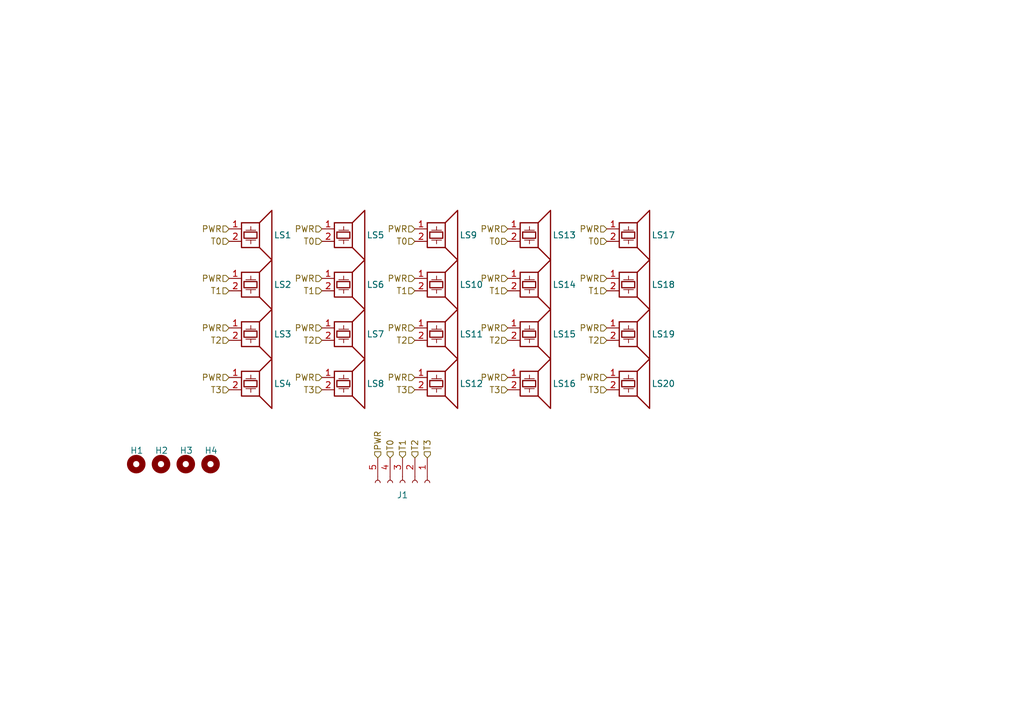
<source format=kicad_sch>
(kicad_sch (version 20250114) (generator "eeschema") (generator_version "9.0")
  (paper "A5")
  (lib_symbols
    (symbol "Connector:Conn_01x05_Socket" (pin_names (offset 1.016) (hide yes))
      (property "Reference" "J" (at 0 7.62 0))
      (property "Value" "Conn_01x05_Socket" (at 0 -7.62 0))
      (symbol "Conn_01x05_Socket_1_1"
        (polyline (pts (xy -1.27 5.08) (xy -0.508 5.08)) (stroke (width 0.1524)))
        (polyline (pts (xy -1.27 2.54) (xy -0.508 2.54)) (stroke (width 0.1524)))
        (polyline (pts (xy -1.27 0) (xy -0.508 0)) (stroke (width 0.1524)))
        (polyline (pts (xy -1.27 -2.54) (xy -0.508 -2.54)) (stroke (width 0.1524)))
        (polyline (pts (xy -1.27 -5.08) (xy -0.508 -5.08)) (stroke (width 0.1524)))
        (arc (start 0 4.572) (mid -0.5058 5.08) (end 0 5.588) (stroke (width 0.1524)))
        (arc (start 0 2.032) (mid -0.5058 2.54) (end 0 3.048) (stroke (width 0.1524)))
        (arc (start 0 -0.508) (mid -0.5058 0) (end 0 0.508) (stroke (width 0.1524)))
        (arc (start 0 -3.048) (mid -0.5058 -2.54) (end 0 -2.032) (stroke (width 0.1524)))
        (arc (start 0 -5.588) (mid -0.5058 -5.08) (end 0 -4.572) (stroke (width 0.1524)))
        (pin passive line (at -5.08 5.08 0) (length 3.81) (name "Pin_1") (number "1"))
        (pin passive line (at -5.08 2.54 0) (length 3.81) (name "Pin_2") (number "2"))
        (pin passive line (at -5.08 0 0) (length 3.81) (name "Pin_3") (number "3"))
        (pin passive line (at -5.08 -2.54 0) (length 3.81) (name "Pin_4") (number "4"))
        (pin passive line (at -5.08 -5.08 0) (length 3.81) (name "Pin_5") (number "5"))
      )
    )
    (symbol "Device:Speaker_Ultrasound" (pin_names (offset 0) (hide yes))
      (property "Reference" "LS" (at 0.635 5.715 0))
      (property "Value" "Speaker_Ultrasound" (at 0.635 3.81 0))
      (symbol "Speaker_Ultrasound_0_0"
        (rectangle (start -2.54 1.27) (end 1.143 -3.81) (stroke (width 0.254)))
        (rectangle (start -2.032 -0.635) (end 0.635 -1.905) (stroke (width 0.254)))
        (polyline (pts (xy -1.651 -0.254) (xy 0.381 -0.254)))
        (polyline (pts (xy -1.651 -2.286) (xy 0.381 -2.286)))
        (polyline (pts (xy -0.635 -0.254) (xy -0.635 0.508)))
        (polyline (pts (xy -0.635 -2.286) (xy -0.635 -3.048)))
        (polyline (pts (xy 1.143 1.27) (xy 3.683 3.81) (xy 3.683 -6.35) (xy 1.143 -3.81)) (stroke (width 0.254)))
      )
      (symbol "Speaker_Ultrasound_1_1"
        (pin input line (at -5.08 0 0) (length 2.54) (name "1") (number "1"))
        (pin input line (at -5.08 -2.54 0) (length 2.54) (name "2") (number "2"))
      )
    )
    (symbol "Mechanical:MountingHole" (pin_names (offset 1.016)) (in_bom no)
      (property "Reference" "H" (at 0 5.08 0))
      (property "Value" "MountingHole" (at 0 3.175 0))
      (symbol "MountingHole_0_1"
        (circle (center 0 0) (radius 1.27) (stroke (width 1.27)))
      )
    )
  )
  (hierarchical_label "PWR" (shape input) (at 77.47 93.98 90))
  (hierarchical_label "T0" (shape input) (at 66.04 49.53 180))
  (hierarchical_label "PWR" (shape input) (at 85.09 77.47 180))
  (hierarchical_label "T2" (shape input) (at 66.04 69.85 180))
  (hierarchical_label "T0" (shape input) (at 104.14 49.53 180))
  (hierarchical_label "PWR" (shape input) (at 46.99 46.99 180))
  (hierarchical_label "T1" (shape input) (at 124.46 59.69 180))
  (hierarchical_label "T1" (shape input) (at 85.09 59.69 180))
  (hierarchical_label "T0" (shape input) (at 85.09 49.53 180))
  (hierarchical_label "PWR" (shape input) (at 66.04 67.31 180))
  (hierarchical_label "T0" (shape input) (at 124.46 49.53 180))
  (hierarchical_label "PWR" (shape input) (at 124.46 57.15 180))
  (hierarchical_label "PWR" (shape input) (at 46.99 77.47 180))
  (hierarchical_label "PWR" (shape input) (at 46.99 67.31 180))
  (hierarchical_label "T3" (shape input) (at 87.63 93.98 90))
  (hierarchical_label "PWR" (shape input) (at 104.14 57.15 180))
  (hierarchical_label "PWR" (shape input) (at 104.14 67.31 180))
  (hierarchical_label "PWR" (shape input) (at 124.46 46.99 180))
  (hierarchical_label "T1" (shape input) (at 46.99 59.69 180))
  (hierarchical_label "PWR" (shape input) (at 104.14 46.99 180))
  (hierarchical_label "T0" (shape input) (at 80.01 93.98 90))
  (hierarchical_label "T2" (shape input) (at 104.14 69.85 180))
  (hierarchical_label "PWR" (shape input) (at 66.04 77.47 180))
  (hierarchical_label "T3" (shape input) (at 104.14 80.01 180))
  (hierarchical_label "PWR" (shape input) (at 46.99 57.15 180))
  (hierarchical_label "T3" (shape input) (at 66.04 80.01 180))
  (hierarchical_label "PWR" (shape input) (at 124.46 67.31 180))
  (hierarchical_label "T2" (shape input) (at 85.09 69.85 180))
  (hierarchical_label "PWR" (shape input) (at 104.14 77.47 180))
  (hierarchical_label "PWR" (shape input) (at 85.09 67.31 180))
  (hierarchical_label "PWR" (shape input) (at 66.04 46.99 180))
  (hierarchical_label "T2" (shape input) (at 46.99 69.85 180))
  (hierarchical_label "T1" (shape input) (at 104.14 59.69 180))
  (hierarchical_label "PWR" (shape input) (at 85.09 57.15 180))
  (hierarchical_label "T1" (shape input) (at 82.55 93.98 90))
  (hierarchical_label "T2" (shape input) (at 85.09 93.98 90))
  (hierarchical_label "T0" (shape input) (at 46.99 49.53 180))
  (hierarchical_label "T1" (shape input) (at 66.04 59.69 180))
  (hierarchical_label "PWR" (shape input) (at 124.46 77.47 180))
  (hierarchical_label "T2" (shape input) (at 124.46 69.85 180))
  (hierarchical_label "PWR" (shape input) (at 66.04 57.15 180))
  (hierarchical_label "T3" (shape input) (at 124.46 80.01 180))
  (hierarchical_label "T3" (shape input) (at 85.09 80.01 180))
  (hierarchical_label "T3" (shape input) (at 46.99 80.01 180))
  (hierarchical_label "PWR" (shape input) (at 85.09 46.99 180))
  (symbol (lib_id "Device:Speaker_Ultrasound") (at 71.12 46.99 0) (unit 1)
    (property "Reference" "LS5" (at 75.184 48.26 0) (effects (justify left)))
    (property "Value" "Speaker_Ultrasound" (effects (hide yes)))
    (property "Footprint" "Custom:Ultrasound_Transmitter_USO16A12TLFPM" (effects (hide yes)))
    (property "Description" "Ultrasonic transducer" (effects (hide yes)))
    (property "Part #" "USO16A12TLFPM" (effects (hide yes)))
    (property "Digikey Part #" "6027-USO16A12TLFPM-ND" (effects (hide yes)))
  )
  (symbol (lib_id "Mechanical:MountingHole") (at 33.02 95.25 0) (unit 1) (in_bom no)
    (property "Reference" "H2" (at 31.75 92.456 0) (effects (justify left)))
    (property "Value" "MountingHole" (effects (hide yes)))
    (property "Footprint" "MountingHole:MountingHole_3.2mm_M3" (effects (hide yes)))
    (property "Description" "Mounting Hole without connection" (effects (hide yes)))
  )
  (symbol (lib_id "Device:Speaker_Ultrasound") (at 109.22 67.31 0) (unit 1)
    (property "Reference" "LS15" (at 113.284 68.58 0) (effects (justify left)))
    (property "Value" "Speaker_Ultrasound" (effects (hide yes)))
    (property "Footprint" "Custom:Ultrasound_Transmitter_USO16A12TLFPM" (effects (hide yes)))
    (property "Description" "Ultrasonic transducer" (effects (hide yes)))
    (property "Part #" "USO16A12TLFPM" (effects (hide yes)))
    (property "Digikey Part #" "6027-USO16A12TLFPM-ND" (effects (hide yes)))
  )
  (symbol (lib_id "Device:Speaker_Ultrasound") (at 71.12 77.47 0) (unit 1)
    (property "Reference" "LS8" (at 75.184 78.74 0) (effects (justify left)))
    (property "Value" "Speaker_Ultrasound" (effects (hide yes)))
    (property "Footprint" "Custom:Ultrasound_Transmitter_USO16A12TLFPM" (effects (hide yes)))
    (property "Description" "Ultrasonic transducer" (effects (hide yes)))
    (property "Part #" "USO16A12TLFPM" (effects (hide yes)))
    (property "Digikey Part #" "6027-USO16A12TLFPM-ND" (effects (hide yes)))
  )
  (symbol (lib_id "Device:Speaker_Ultrasound") (at 52.07 57.15 0) (unit 1)
    (property "Reference" "LS2" (at 56.134 58.42 0) (effects (justify left)))
    (property "Value" "Speaker_Ultrasound" (effects (hide yes)))
    (property "Footprint" "Custom:Ultrasound_Transmitter_USO16A12TLFPM" (effects (hide yes)))
    (property "Description" "Ultrasonic transducer" (effects (hide yes)))
    (property "Part #" "USO16A12TLFPM" (effects (hide yes)))
    (property "Digikey Part #" "6027-USO16A12TLFPM-ND" (effects (hide yes)))
  )
  (symbol (lib_id "Device:Speaker_Ultrasound") (at 129.54 77.47 0) (unit 1)
    (property "Reference" "LS20" (at 133.604 78.74 0) (effects (justify left)))
    (property "Value" "Speaker_Ultrasound" (effects (hide yes)))
    (property "Footprint" "Custom:Ultrasound_Transmitter_USO16A12TLFPM" (effects (hide yes)))
    (property "Description" "Ultrasonic transducer" (effects (hide yes)))
    (property "Part #" "USO16A12TLFPM" (effects (hide yes)))
    (property "Digikey Part #" "6027-USO16A12TLFPM-ND" (effects (hide yes)))
  )
  (symbol (lib_id "Mechanical:MountingHole") (at 38.1 95.25 0) (unit 1) (in_bom no)
    (property "Reference" "H3" (at 36.83 92.456 0) (effects (justify left)))
    (property "Value" "MountingHole" (effects (hide yes)))
    (property "Footprint" "MountingHole:MountingHole_3.2mm_M3" (effects (hide yes)))
    (property "Description" "Mounting Hole without connection" (effects (hide yes)))
  )
  (symbol (lib_id "Mechanical:MountingHole") (at 27.94 95.25 0) (unit 1) (in_bom no)
    (property "Reference" "H1" (at 26.67 92.456 0) (effects (justify left)))
    (property "Value" "MountingHole" (effects (hide yes)))
    (property "Footprint" "MountingHole:MountingHole_3.2mm_M3" (effects (hide yes)))
    (property "Description" "Mounting Hole without connection" (effects (hide yes)))
  )
  (symbol (lib_id "Device:Speaker_Ultrasound") (at 109.22 46.99 0) (unit 1)
    (property "Reference" "LS13" (at 113.284 48.26 0) (effects (justify left)))
    (property "Value" "Speaker_Ultrasound" (effects (hide yes)))
    (property "Footprint" "Custom:Ultrasound_Transmitter_USO16A12TLFPM" (effects (hide yes)))
    (property "Description" "Ultrasonic transducer" (effects (hide yes)))
    (property "Part #" "USO16A12TLFPM" (effects (hide yes)))
    (property "Digikey Part #" "6027-USO16A12TLFPM-ND" (effects (hide yes)))
  )
  (symbol (lib_id "Device:Speaker_Ultrasound") (at 90.17 57.15 0) (unit 1)
    (property "Reference" "LS10" (at 94.234 58.42 0) (effects (justify left)))
    (property "Value" "Speaker_Ultrasound" (effects (hide yes)))
    (property "Footprint" "Custom:Ultrasound_Transmitter_USO16A12TLFPM" (effects (hide yes)))
    (property "Description" "Ultrasonic transducer" (effects (hide yes)))
    (property "Part #" "USO16A12TLFPM" (effects (hide yes)))
    (property "Digikey Part #" "6027-USO16A12TLFPM-ND" (effects (hide yes)))
  )
  (symbol (lib_id "Device:Speaker_Ultrasound") (at 52.07 46.99 0) (unit 1)
    (property "Reference" "LS1" (at 56.134 48.26 0) (effects (justify left)))
    (property "Value" "Speaker_Ultrasound" (effects (hide yes)))
    (property "Footprint" "Custom:Ultrasound_Transmitter_USO16A12TLFPM" (effects (hide yes)))
    (property "Description" "Ultrasonic transducer" (effects (hide yes)))
    (property "Part #" "USO16A12TLFPM" (effects (hide yes)))
    (property "Digikey Part #" "6027-USO16A12TLFPM-ND" (effects (hide yes)))
  )
  (symbol (lib_id "Device:Speaker_Ultrasound") (at 90.17 46.99 0) (unit 1)
    (property "Reference" "LS9" (at 94.234 48.26 0) (effects (justify left)))
    (property "Value" "Speaker_Ultrasound" (effects (hide yes)))
    (property "Footprint" "Custom:Ultrasound_Transmitter_USO16A12TLFPM" (effects (hide yes)))
    (property "Description" "Ultrasonic transducer" (effects (hide yes)))
    (property "Part #" "USO16A12TLFPM" (effects (hide yes)))
    (property "Digikey Part #" "6027-USO16A12TLFPM-ND" (effects (hide yes)))
  )
  (symbol (lib_id "Connector:Conn_01x05_Socket") (at 82.55 99.06 270) (unit 1)
    (property "Reference" "J1" (at 82.55 101.6 90))
    (property "Value" "Conn_01x05_Socket" (effects (hide yes)))
    (property "Footprint" "Connector_JST:JST_EH_S5B-EH_1x05_P2.50mm_Horizontal" (effects (hide yes)))
    (property "Description" "Generic connector, single row, 01x05, script generated" (effects (hide yes)))
    (property "Part #" "S5B-EH" (effects (hide yes)))
    (property "Digikey Part #" "455-S5B-EH-ND" (effects (hide yes)))
  )
  (symbol (lib_id "Device:Speaker_Ultrasound") (at 129.54 67.31 0) (unit 1)
    (property "Reference" "LS19" (at 133.604 68.58 0) (effects (justify left)))
    (property "Value" "Speaker_Ultrasound" (effects (hide yes)))
    (property "Footprint" "Custom:Ultrasound_Transmitter_USO16A12TLFPM" (effects (hide yes)))
    (property "Description" "Ultrasonic transducer" (effects (hide yes)))
    (property "Part #" "USO16A12TLFPM" (effects (hide yes)))
    (property "Digikey Part #" "6027-USO16A12TLFPM-ND" (effects (hide yes)))
  )
  (symbol (lib_id "Device:Speaker_Ultrasound") (at 90.17 67.31 0) (unit 1)
    (property "Reference" "LS11" (at 94.234 68.58 0) (effects (justify left)))
    (property "Value" "Speaker_Ultrasound" (effects (hide yes)))
    (property "Footprint" "Custom:Ultrasound_Transmitter_USO16A12TLFPM" (effects (hide yes)))
    (property "Description" "Ultrasonic transducer" (effects (hide yes)))
    (property "Part #" "USO16A12TLFPM" (effects (hide yes)))
    (property "Digikey Part #" "6027-USO16A12TLFPM-ND" (effects (hide yes)))
  )
  (symbol (lib_id "Device:Speaker_Ultrasound") (at 90.17 77.47 0) (unit 1)
    (property "Reference" "LS12" (at 94.234 78.74 0) (effects (justify left)))
    (property "Value" "Speaker_Ultrasound" (effects (hide yes)))
    (property "Footprint" "Custom:Ultrasound_Transmitter_USO16A12TLFPM" (effects (hide yes)))
    (property "Description" "Ultrasonic transducer" (effects (hide yes)))
    (property "Part #" "USO16A12TLFPM" (effects (hide yes)))
    (property "Digikey Part #" "6027-USO16A12TLFPM-ND" (effects (hide yes)))
  )
  (symbol (lib_id "Device:Speaker_Ultrasound") (at 129.54 46.99 0) (unit 1)
    (property "Reference" "LS17" (at 133.604 48.26 0) (effects (justify left)))
    (property "Value" "Speaker_Ultrasound" (effects (hide yes)))
    (property "Footprint" "Custom:Ultrasound_Transmitter_USO16A12TLFPM" (effects (hide yes)))
    (property "Description" "Ultrasonic transducer" (effects (hide yes)))
    (property "Part #" "USO16A12TLFPM" (effects (hide yes)))
    (property "Digikey Part #" "6027-USO16A12TLFPM-ND" (effects (hide yes)))
  )
  (symbol (lib_id "Mechanical:MountingHole") (at 43.18 95.25 0) (unit 1) (in_bom no)
    (property "Reference" "H4" (at 41.91 92.456 0) (effects (justify left)))
    (property "Value" "MountingHole" (effects (hide yes)))
    (property "Footprint" "MountingHole:MountingHole_3.2mm_M3" (effects (hide yes)))
    (property "Description" "Mounting Hole without connection" (effects (hide yes)))
  )
  (symbol (lib_id "Device:Speaker_Ultrasound") (at 52.07 77.47 0) (unit 1)
    (property "Reference" "LS4" (at 56.134 78.74 0) (effects (justify left)))
    (property "Value" "Speaker_Ultrasound" (effects (hide yes)))
    (property "Footprint" "Custom:Ultrasound_Transmitter_USO16A12TLFPM" (effects (hide yes)))
    (property "Description" "Ultrasonic transducer" (effects (hide yes)))
    (property "Part #" "USO16A12TLFPM" (effects (hide yes)))
    (property "Digikey Part #" "6027-USO16A12TLFPM-ND" (effects (hide yes)))
  )
  (symbol (lib_id "Device:Speaker_Ultrasound") (at 109.22 77.47 0) (unit 1)
    (property "Reference" "LS16" (at 113.284 78.74 0) (effects (justify left)))
    (property "Value" "Speaker_Ultrasound" (effects (hide yes)))
    (property "Footprint" "Custom:Ultrasound_Transmitter_USO16A12TLFPM" (effects (hide yes)))
    (property "Description" "Ultrasonic transducer" (effects (hide yes)))
    (property "Part #" "USO16A12TLFPM" (effects (hide yes)))
    (property "Digikey Part #" "6027-USO16A12TLFPM-ND" (effects (hide yes)))
  )
  (symbol (lib_id "Device:Speaker_Ultrasound") (at 129.54 57.15 0) (unit 1)
    (property "Reference" "LS18" (at 133.604 58.42 0) (effects (justify left)))
    (property "Value" "Speaker_Ultrasound" (effects (hide yes)))
    (property "Footprint" "Custom:Ultrasound_Transmitter_USO16A12TLFPM" (effects (hide yes)))
    (property "Description" "Ultrasonic transducer" (effects (hide yes)))
    (property "Part #" "USO16A12TLFPM" (effects (hide yes)))
    (property "Digikey Part #" "6027-USO16A12TLFPM-ND" (effects (hide yes)))
  )
  (symbol (lib_id "Device:Speaker_Ultrasound") (at 109.22 57.15 0) (unit 1)
    (property "Reference" "LS14" (at 113.284 58.42 0) (effects (justify left)))
    (property "Value" "Speaker_Ultrasound" (effects (hide yes)))
    (property "Footprint" "Custom:Ultrasound_Transmitter_USO16A12TLFPM" (effects (hide yes)))
    (property "Description" "Ultrasonic transducer" (effects (hide yes)))
    (property "Part #" "USO16A12TLFPM" (effects (hide yes)))
    (property "Digikey Part #" "6027-USO16A12TLFPM-ND" (effects (hide yes)))
  )
  (symbol (lib_id "Device:Speaker_Ultrasound") (at 71.12 57.15 0) (unit 1)
    (property "Reference" "LS6" (at 75.184 58.42 0) (effects (justify left)))
    (property "Value" "Speaker_Ultrasound" (effects (hide yes)))
    (property "Footprint" "Custom:Ultrasound_Transmitter_USO16A12TLFPM" (effects (hide yes)))
    (property "Description" "Ultrasonic transducer" (effects (hide yes)))
    (property "Part #" "USO16A12TLFPM" (effects (hide yes)))
    (property "Digikey Part #" "6027-USO16A12TLFPM-ND" (effects (hide yes)))
  )
  (symbol (lib_id "Device:Speaker_Ultrasound") (at 71.12 67.31 0) (unit 1)
    (property "Reference" "LS7" (at 75.184 68.58 0) (effects (justify left)))
    (property "Value" "Speaker_Ultrasound" (effects (hide yes)))
    (property "Footprint" "Custom:Ultrasound_Transmitter_USO16A12TLFPM" (effects (hide yes)))
    (property "Description" "Ultrasonic transducer" (effects (hide yes)))
    (property "Part #" "USO16A12TLFPM" (effects (hide yes)))
    (property "Digikey Part #" "6027-USO16A12TLFPM-ND" (effects (hide yes)))
  )
  (symbol (lib_id "Device:Speaker_Ultrasound") (at 52.07 67.31 0) (unit 1)
    (property "Reference" "LS3" (at 56.134 68.58 0) (effects (justify left)))
    (property "Value" "Speaker_Ultrasound" (effects (hide yes)))
    (property "Footprint" "Custom:Ultrasound_Transmitter_USO16A12TLFPM" (effects (hide yes)))
    (property "Description" "Ultrasonic transducer" (effects (hide yes)))
    (property "Part #" "USO16A12TLFPM" (effects (hide yes)))
    (property "Digikey Part #" "6027-USO16A12TLFPM-ND" (effects (hide yes)))
  )
)
</source>
